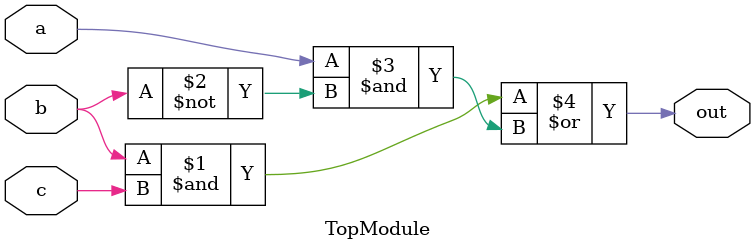
<source format=sv>
module TopModule (
    input logic a,
    input logic b,
    input logic c,
    output logic out
);

    assign out = (b & c) | (a & ~b);

endmodule
</source>
